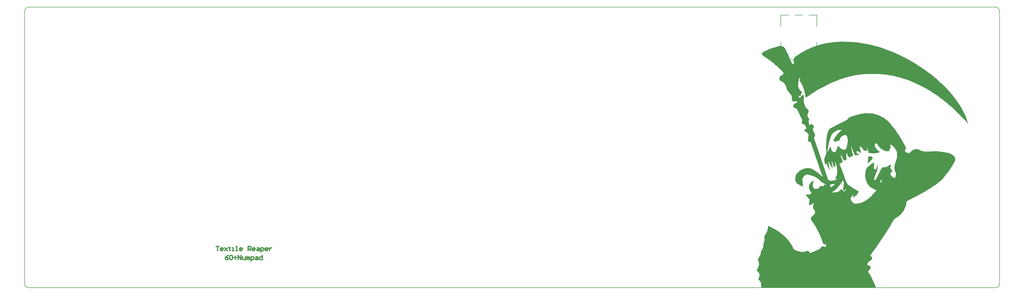
<source format=gto>
G04*
G04 #@! TF.GenerationSoftware,Altium Limited,Altium Designer,22.5.1 (42)*
G04*
G04 Layer_Color=65535*
%FSLAX25Y25*%
%MOIN*%
G70*
G04*
G04 #@! TF.SameCoordinates,504ED2BA-0697-4506-BE62-B3443A79F7BE*
G04*
G04*
G04 #@! TF.FilePolarity,Positive*
G04*
G01*
G75*
%ADD10C,0.00984*%
%ADD11C,0.00787*%
%ADD12C,0.01500*%
G36*
X1166239Y346100D02*
X1167549Y345663D01*
X1173227Y345226D01*
X1174537Y344789D01*
X1181306Y343698D01*
X1183490Y343261D01*
X1185236Y342824D01*
X1189604Y341951D01*
X1191350Y341514D01*
X1193752Y340859D01*
X1195499Y340422D01*
X1198556Y339549D01*
X1204234Y337802D01*
X1211003Y335400D01*
X1213186Y334527D01*
X1216680Y333216D01*
X1221047Y331469D01*
X1228908Y327976D01*
X1238298Y323390D01*
X1243102Y320770D01*
X1247032Y318586D01*
X1250526Y316403D01*
X1251399Y315966D01*
X1264064Y307668D01*
X1272580Y301336D01*
X1274109Y300244D01*
X1274982Y299371D01*
X1275856Y298934D01*
X1277166Y297624D01*
X1278039Y297187D01*
X1279786Y295440D01*
X1280659Y295004D01*
X1282843Y292820D01*
X1283716Y292383D01*
X1288084Y288016D01*
X1288957Y287579D01*
X1296600Y279937D01*
X1297036Y279063D01*
X1300530Y275570D01*
X1300967Y274696D01*
X1303587Y272076D01*
X1304024Y271202D01*
X1304897Y270329D01*
X1305334Y269456D01*
X1306644Y268145D01*
X1307081Y267272D01*
X1307954Y266398D01*
X1308391Y265525D01*
X1309264Y264652D01*
X1309701Y263778D01*
X1314068Y257664D01*
X1316252Y253734D01*
X1317999Y250677D01*
X1322803Y240632D01*
X1323676Y238448D01*
X1325860Y231461D01*
X1325641Y231243D01*
X1324113Y232771D01*
X1323676Y233645D01*
X1320182Y237138D01*
X1319746Y238012D01*
X1307299Y250458D01*
X1306426Y250895D01*
X1302495Y254825D01*
X1301622Y255262D01*
X1299438Y257446D01*
X1298565Y257882D01*
X1296381Y260066D01*
X1295508Y260503D01*
X1294198Y261813D01*
X1293324Y262250D01*
X1292014Y263560D01*
X1291141Y263997D01*
X1289830Y265307D01*
X1288957Y265743D01*
X1283498Y269892D01*
X1275637Y275133D01*
X1272143Y277316D01*
X1267776Y279937D01*
X1261007Y283649D01*
X1252709Y287579D01*
X1248779Y289326D01*
X1246595Y290200D01*
X1243538Y291510D01*
X1238079Y293475D01*
X1234367Y294567D01*
X1230000Y295877D01*
X1219519Y298497D01*
X1214278Y299371D01*
X1212531Y299807D01*
X1207072Y300463D01*
X1202268Y300899D01*
X1181961Y301118D01*
X1180651Y300681D01*
X1174100Y300244D01*
X1172790Y299807D01*
X1167768Y299152D01*
X1161217Y297842D01*
X1159470Y297406D01*
X1157068Y296750D01*
X1153574Y295877D01*
X1146587Y293693D01*
X1144403Y292820D01*
X1141564Y291728D01*
X1135014Y289108D01*
X1132612Y288016D01*
X1116453Y279718D01*
X1113396Y277972D01*
X1110339Y275788D01*
X1107282Y274041D01*
X1104225Y271857D01*
X1103352Y271421D01*
X1102478Y270547D01*
X1101605Y270111D01*
X1097674Y267490D01*
X1096801Y272731D01*
X1096364Y274914D01*
X1095491Y278408D01*
X1093744Y283212D01*
X1092870Y285396D01*
X1090687Y288889D01*
X1089158Y291728D01*
X1090032Y293912D01*
X1089595Y295659D01*
X1089377Y295877D01*
X1088285Y293475D01*
X1087630Y290636D01*
X1087193Y288016D01*
X1086975Y283867D01*
X1087411Y282557D01*
X1088503Y279718D01*
X1089595Y278190D01*
X1091560Y276225D01*
X1092434Y275788D01*
X1092652Y275570D01*
X1090905Y272076D01*
X1091342Y271202D01*
X1090250Y270111D01*
X1088285Y270329D01*
X1087848Y268582D01*
X1088285Y267709D01*
X1089813Y267490D01*
X1090468Y268145D01*
X1090905Y269019D01*
X1092870Y271421D01*
X1095054Y270984D01*
X1095709Y270329D01*
X1095054Y267490D01*
X1094835Y261595D01*
X1095272Y260284D01*
X1095927Y257882D01*
X1096801Y255699D01*
X1098548Y252642D01*
X1099421Y252205D01*
X1101386Y250240D01*
X1101823Y248493D01*
X1101386Y246309D01*
X1100076Y243252D01*
X1100513Y240632D01*
X1102697Y237138D01*
X1102260Y234955D01*
X1101386Y234081D01*
X1102697Y231024D01*
X1102260Y229714D01*
X1102915Y229059D01*
X1104225Y229496D01*
X1105098Y230369D01*
X1106845Y229932D01*
X1108811Y227967D01*
X1109247Y226657D01*
X1107500Y222727D01*
X1110994Y215302D01*
X1110339Y212900D01*
X1109247Y210935D01*
X1118200Y184514D01*
X1129336Y151541D01*
X1133048Y150450D01*
X1138726Y150886D01*
X1141128Y152415D01*
X1141346Y153507D01*
X1139163Y152633D01*
X1138944Y152852D01*
X1141564Y158529D01*
X1142001Y162896D01*
X1141564Y169884D01*
X1141128Y171194D01*
X1139163Y176653D01*
X1138726Y177526D01*
X1138507Y176871D01*
X1138944Y175561D01*
X1139381Y172504D01*
X1139818Y171194D01*
X1137416Y170102D01*
X1136324Y172941D01*
X1135669Y175343D01*
X1134359Y179273D01*
X1134140Y176434D01*
X1134577Y175124D01*
X1135450Y169010D01*
X1135232Y168792D01*
X1134140Y169884D01*
X1133704Y170757D01*
X1132830Y171631D01*
X1132393Y172504D01*
X1130647Y176434D01*
X1129991Y181020D01*
X1129773Y173814D01*
X1130210Y172504D01*
X1130865Y168355D01*
X1131302Y166608D01*
X1131520Y165953D01*
X1131302Y165735D01*
X1130647Y166390D01*
X1130210Y167263D01*
X1128026Y172067D01*
X1127590Y173814D01*
X1127371Y175343D01*
X1126279Y173814D01*
X1125624Y173159D01*
X1124969Y173814D01*
X1124314Y176216D01*
X1123877Y178836D01*
X1123659Y180365D01*
X1124096Y181675D01*
X1124751Y184077D01*
X1126716Y188663D01*
X1126279Y202201D01*
X1126716Y203511D01*
X1127153Y212682D01*
X1127590Y213992D01*
X1128026Y215739D01*
X1128681Y218141D01*
X1129991Y221635D01*
X1131738Y223818D01*
X1132612Y224255D01*
X1133485Y225129D01*
X1145277Y230806D01*
X1155321Y236047D01*
X1156850Y237575D01*
X1157286Y238448D01*
X1158815Y239977D01*
X1167113Y242597D01*
X1170170Y243471D01*
X1175410Y244781D01*
X1178467Y245218D01*
X1180214Y245654D01*
X1192442Y245218D01*
X1193752Y244781D01*
X1196591Y244126D01*
X1201395Y242379D01*
X1208164Y238667D01*
X1210566Y236702D01*
X1212094Y235610D01*
X1217117Y230588D01*
X1217554Y229714D01*
X1219300Y227967D01*
X1219737Y227094D01*
X1221047Y225784D01*
X1221484Y224910D01*
X1222357Y224037D01*
X1222794Y223163D01*
X1228035Y215739D01*
X1228471Y214866D01*
X1230218Y212245D01*
X1230655Y211372D01*
X1232839Y207878D01*
X1233275Y207005D01*
X1235022Y203948D01*
X1237206Y200017D01*
X1238516Y196960D01*
X1238079Y194340D01*
X1236769Y192593D01*
X1238734Y190628D01*
X1239608Y190191D01*
X1241791Y189318D01*
X1243538Y189754D01*
X1244848Y191065D01*
X1245722Y191501D01*
X1246595Y192375D01*
X1247469Y192811D01*
X1250089Y194558D01*
X1253146Y194995D01*
X1256203Y194558D01*
X1261007Y192375D01*
X1264501Y191501D01*
X1283716Y191938D01*
X1285027Y191501D01*
X1291141Y191065D01*
X1292451Y190628D01*
X1296600Y189973D01*
X1299002Y189318D01*
X1300748Y188881D01*
X1304679Y186697D01*
X1306644Y184732D01*
X1307518Y182548D01*
X1307954Y179928D01*
X1307518Y178618D01*
X1306644Y176434D01*
X1304461Y172941D01*
X1304024Y172067D01*
X1298128Y163115D01*
X1297473Y162459D01*
X1297036Y161586D01*
X1295726Y160276D01*
X1295290Y159402D01*
X1294416Y158529D01*
X1293979Y157656D01*
X1292232Y155909D01*
X1291796Y155035D01*
X1286773Y150013D01*
X1285900Y149576D01*
X1284153Y147829D01*
X1283280Y147393D01*
X1281970Y146082D01*
X1281096Y145646D01*
X1280223Y144772D01*
X1279349Y144335D01*
X1273235Y139968D01*
X1270178Y138222D01*
X1267558Y136475D01*
X1266684Y136038D01*
X1263191Y133854D01*
X1258387Y131234D01*
X1252709Y128177D01*
X1240044Y121626D01*
X1239390Y120971D01*
X1238953Y116604D01*
X1238516Y115294D01*
X1236987Y111145D01*
X1235022Y107433D01*
X1233057Y105031D01*
X1232402Y104376D01*
X1231965Y103502D01*
X1230873Y102410D01*
X1230000Y101974D01*
X1228253Y100227D01*
X1227380Y99790D01*
X1224759Y98043D01*
X1223886Y97607D01*
X1221921Y96078D01*
X1219737Y92148D01*
X1217554Y88654D01*
X1215370Y84723D01*
X1212313Y79919D01*
X1211876Y79046D01*
X1209693Y75989D01*
X1209256Y75116D01*
X1203360Y66163D01*
X1201613Y63543D01*
X1200958Y62888D01*
X1200521Y62014D01*
X1198338Y58957D01*
X1197901Y58084D01*
X1191569Y49568D01*
X1189822Y46947D01*
X1189167Y46292D01*
X1188730Y44982D01*
X1190914Y42798D01*
X1191350Y41052D01*
X1190259Y39086D01*
X1189385Y38650D01*
X1188512Y37776D01*
X1187638Y37339D01*
X1184800Y34501D01*
X1184363Y32754D01*
X1184581Y31662D01*
X1188512Y29478D01*
X1189167Y28823D01*
X1188730Y26640D01*
X1185673Y22709D01*
X1185236Y22273D01*
X1187420Y19216D01*
X1187857Y18342D01*
X1189604Y15285D01*
X1193971Y6114D01*
X1194844Y3931D01*
X1196154Y0D01*
X1035223Y-218D01*
X1034568Y7424D01*
X1032603Y9826D01*
X1031730Y10700D01*
X1031075Y10918D01*
X1031511Y12665D01*
X1032385Y14848D01*
X1032821Y16595D01*
Y17032D01*
X1032385Y20089D01*
X1030420Y22491D01*
X1028454Y24456D01*
X1029328Y25330D01*
X1029764Y26203D01*
X1031511Y30134D01*
X1031948Y31881D01*
X1031511Y36684D01*
X1030201Y39305D01*
X1032385Y42798D01*
X1034132Y46729D01*
X1034568Y49786D01*
X1035005Y51533D01*
X1035878Y52406D01*
X1038062Y57210D01*
X1038499Y62451D01*
X1039372Y64634D01*
X1039809Y66381D01*
X1039591Y71840D01*
X1043303Y78609D01*
X1044176Y81666D01*
X1044613Y83413D01*
X1044831Y87125D01*
X1055749Y81448D01*
X1058806Y79264D01*
X1059680Y78828D01*
X1063610Y75771D01*
X1066012Y73805D01*
X1067541Y72277D01*
X1068414Y71840D01*
X1070816Y69438D01*
X1071253Y68565D01*
X1073000Y66818D01*
X1073436Y65944D01*
X1074747Y64634D01*
X1075183Y63761D01*
X1077367Y60704D01*
X1077804Y59830D01*
X1081079Y53498D01*
X1085009Y51751D01*
X1090250Y50441D01*
X1093307Y50004D01*
X1096364Y50441D01*
X1098548Y51314D01*
X1100513Y51533D01*
X1102041Y50878D01*
X1103133Y49786D01*
X1103352Y48694D01*
X1105535Y49131D01*
X1109902Y50878D01*
X1112741Y51969D01*
X1117545Y54153D01*
X1117982Y55027D01*
X1119947Y57428D01*
X1121694Y57865D01*
X1124314Y57428D01*
X1124751Y56992D01*
X1126279Y58520D01*
X1126716Y60267D01*
X1124969Y60704D01*
X1122349Y61577D01*
X1119947Y68347D01*
X1117327Y74897D01*
X1111431Y86034D01*
X1105535Y94986D01*
X1104880Y96952D01*
X1105317Y99135D01*
X1108156Y101974D01*
X1109029Y102410D01*
X1110557Y103939D01*
X1110994Y105686D01*
X1110557Y108306D01*
X1108374Y111363D01*
X1107937Y113110D01*
X1108374Y116167D01*
X1109684Y118788D01*
X1109029Y119006D01*
X1106409Y117259D01*
X1103352Y115949D01*
X1102260Y117041D01*
X1102915Y122063D01*
X1103133Y124465D01*
X1099640Y127959D01*
X1099203Y128832D01*
X1098329Y129706D01*
X1097893Y131016D01*
X1099421Y131234D01*
X1100731Y130797D01*
X1103788Y131234D01*
X1105317Y132763D01*
X1105754Y134073D01*
X1104007Y135819D01*
X1103570Y136693D01*
X1102260Y139750D01*
X1102697Y144554D01*
X1104443Y147611D01*
X1106845Y150013D01*
X1108592Y150450D01*
X1108811Y149358D01*
X1107937Y147174D01*
X1107500Y143681D01*
X1107937Y142370D01*
X1109684Y139313D01*
X1110339Y138658D01*
X1112086Y139532D01*
X1113396Y139095D01*
X1115143Y139532D01*
X1117108Y141497D01*
X1117545Y142370D01*
X1118200Y143462D01*
X1119947Y143025D01*
X1121257Y142589D01*
X1123004Y143025D01*
X1123877Y145209D01*
X1124314Y145646D01*
X1124969Y144991D01*
X1125624Y143462D01*
X1125843Y144117D01*
X1125187Y145646D01*
X1120384Y148266D01*
X1115580Y153070D01*
X1114706Y153507D01*
X1112086Y155254D01*
X1108156Y157000D01*
X1103788Y158310D01*
X1100294Y159184D01*
X1097237Y158747D01*
X1094835Y156782D01*
X1093089Y152852D01*
X1093525Y144554D01*
X1093962Y143244D01*
X1094180Y142152D01*
X1091997Y143025D01*
X1086320Y146082D01*
X1083918Y148484D01*
X1083044Y151541D01*
X1083481Y157656D01*
X1085228Y160713D01*
X1088940Y164425D01*
X1089813Y164861D01*
X1095491Y167482D01*
X1097237Y167918D01*
X1101605Y168355D01*
X1102915Y167918D01*
X1105535Y167482D01*
X1112086Y163988D01*
X1112959Y163115D01*
X1113833Y162678D01*
X1115143Y161368D01*
X1116016Y160931D01*
X1118200Y158747D01*
X1119073Y158310D01*
X1120820Y156564D01*
X1121475Y156782D01*
X1120602Y158966D01*
X1119073Y163115D01*
X1107719Y196305D01*
X1104662Y205039D01*
X1102041Y205476D01*
X1100950Y206568D01*
X1101386Y212682D01*
X1101823Y213992D01*
X1101386Y216613D01*
X1099421Y218578D01*
X1096364Y220325D01*
X1095709Y220980D01*
X1096146Y222727D01*
X1098766Y224037D01*
X1097456Y227094D01*
X1095927Y229932D01*
X1093744Y230369D01*
X1092652Y231024D01*
X1092215Y232771D01*
X1092652Y234955D01*
X1093089Y235828D01*
X1085009Y252205D01*
X1083263Y252642D01*
X1081079Y253952D01*
X1080424Y254607D01*
X1080861Y258101D01*
X1081952Y259193D01*
X1083699Y259629D01*
X1085228Y260721D01*
X1085664Y262468D01*
X1083263Y262686D01*
X1081079Y261813D01*
X1078895Y263123D01*
X1077804Y265525D01*
X1078240Y268582D01*
X1077804Y270329D01*
X1074091Y275788D01*
X1071690Y278190D01*
X1071034Y280592D01*
X1070598Y282339D01*
X1069724Y284522D01*
X1067541Y288016D01*
X1064484Y290200D01*
X1061645Y291728D01*
X1061208Y292602D01*
X1060335Y294785D01*
X1062082Y297842D01*
X1062737Y298497D01*
X1065794Y300244D01*
X1066449Y302209D01*
X1063610Y306358D01*
X1062737Y306795D01*
X1056623Y312909D01*
X1055749Y313346D01*
X1054002Y315093D01*
X1053129Y315529D01*
X1051382Y317276D01*
X1050509Y317713D01*
X1049635Y318586D01*
X1048762Y319023D01*
X1039591Y325574D01*
X1038717Y326011D01*
X1037844Y326884D01*
X1036970Y327321D01*
X1035878Y329723D01*
X1037844Y332125D01*
X1043521Y334745D01*
X1047888Y336492D01*
X1060116Y340422D01*
X1062082Y340641D01*
X1064265Y340204D01*
X1066449Y339331D01*
X1069069Y336710D01*
X1071690Y331033D01*
X1073436Y327102D01*
X1074747Y324045D01*
X1075620Y321862D01*
X1076930Y318805D01*
X1078677Y315748D01*
X1080206Y315093D01*
X1081297Y315748D01*
X1080642Y319897D01*
X1080424Y321425D01*
X1082171Y324482D01*
X1082826Y325137D01*
X1083699Y325574D01*
X1084573Y326447D01*
X1085446Y326884D01*
X1088503Y329068D01*
X1089377Y329504D01*
X1091997Y331251D01*
X1092870Y331688D01*
X1096801Y333872D01*
X1105098Y337802D01*
X1109466Y339549D01*
X1117763Y342169D01*
X1120820Y343043D01*
X1122567Y343479D01*
X1125406Y344134D01*
X1128026Y344571D01*
X1130210Y345008D01*
X1136106Y345663D01*
X1137852Y346100D01*
X1147460Y346536D01*
X1166239Y346100D01*
D02*
G37*
%LPC*%
G36*
X1183271Y198052D02*
X1183053Y197834D01*
X1183271Y197615D01*
X1183490Y197834D01*
X1183271Y198052D01*
D02*
G37*
G36*
X1149207Y222072D02*
X1143530D01*
X1142220Y221635D01*
X1137416Y219014D01*
X1134577Y216176D01*
X1132830Y212245D01*
X1131083Y206131D01*
X1130647Y204384D01*
X1129991Y201546D01*
X1128244Y192811D01*
X1128026Y191283D01*
X1128244Y191065D01*
X1132612Y199362D01*
X1133048Y197178D01*
X1133485Y195432D01*
X1134359Y193248D01*
X1135450Y191719D01*
X1136542Y190628D01*
X1139599Y191065D01*
X1141564Y195650D01*
X1142875Y199144D01*
X1143530Y199362D01*
X1145058Y198270D01*
X1145495Y197397D01*
X1147023Y195868D01*
X1147897Y195432D01*
X1150954Y194122D01*
X1153574Y194558D01*
X1154666Y195650D01*
X1155540Y198707D01*
X1156413Y202201D01*
X1156850Y206568D01*
X1156413Y211809D01*
X1154448Y214647D01*
X1152701Y215084D01*
X1150954Y214647D01*
X1147023Y211590D01*
X1145495Y208752D01*
X1144621Y206568D01*
X1144403Y206350D01*
X1143530Y207223D01*
X1140691Y206131D01*
X1140036Y205039D01*
X1139163Y205476D01*
X1138289Y206350D01*
X1137416Y206786D01*
X1136324Y207441D01*
X1138071Y210062D01*
X1139818Y213119D01*
X1142875Y217049D01*
X1146150Y220325D01*
X1147023Y220761D01*
X1149207Y222072D01*
D02*
G37*
G36*
X1127808Y191065D02*
X1127590Y190409D01*
X1127808Y190191D01*
X1128026Y190846D01*
X1127808Y191065D01*
D02*
G37*
G36*
X1197246Y203293D02*
X1195499Y202856D01*
X1194844Y200891D01*
X1195281Y197834D01*
X1198338Y193903D01*
X1199430Y192811D01*
X1200303Y192375D01*
X1201832Y191283D01*
X1201177Y190628D01*
X1198120Y189754D01*
X1196373Y189318D01*
X1192006Y188881D01*
X1190695Y189318D01*
X1185891Y189754D01*
X1185236Y193903D01*
X1183490Y196960D01*
X1184363Y193466D01*
X1184144Y192375D01*
X1180869Y193030D01*
X1179122Y193466D01*
X1177375Y196523D01*
X1176284Y197615D01*
X1173663Y198925D01*
X1173445Y197834D01*
X1173882Y196523D01*
X1174318Y194777D01*
X1175192Y191719D01*
X1175628Y189973D01*
X1175410Y189754D01*
X1171480Y191501D01*
X1169296Y192375D01*
X1169078Y190409D01*
X1170170Y188881D01*
X1171043Y188444D01*
X1173445Y186916D01*
X1171261Y186479D01*
X1167113Y186260D01*
X1166457Y186916D01*
X1166021Y188663D01*
X1163400Y194340D01*
X1162090Y198707D01*
X1161872Y199362D01*
X1161654Y197834D01*
X1162090Y196523D01*
X1162527Y192593D01*
X1162964Y191283D01*
X1163400Y189536D01*
X1164274Y187352D01*
X1164711Y186042D01*
X1159252Y183203D01*
X1156850Y185606D01*
X1155976Y188663D01*
X1155540Y189536D01*
X1155321Y189754D01*
X1154884Y187134D01*
X1154666Y183422D01*
X1155540Y181238D01*
X1154011Y179710D01*
X1153137Y179273D01*
X1151827Y178836D01*
X1150735Y180365D01*
X1147678Y186916D01*
X1147460Y188007D01*
X1147242Y184732D01*
X1147678Y183422D01*
X1148115Y181675D01*
X1149207Y178836D01*
X1149862Y176871D01*
X1145058Y174251D01*
X1145495Y172504D01*
X1148115Y166827D01*
X1149207Y163988D01*
X1151827Y156564D01*
X1154011Y150450D01*
X1154884Y148266D01*
X1156413Y145864D01*
X1157505Y144772D01*
X1158378Y144335D01*
X1159688Y143025D01*
X1160562Y142589D01*
X1163619Y140405D01*
X1168423Y137785D01*
X1172135Y135383D01*
X1171043Y132544D01*
X1170388Y131889D01*
X1169951Y131016D01*
X1168859Y129924D01*
X1167986Y129487D01*
X1167113Y128614D01*
X1163619Y126867D01*
X1163400Y127085D01*
X1164711Y130142D01*
X1165147Y131452D01*
X1164929Y131671D01*
X1164274Y131016D01*
X1163837Y130142D01*
X1162964Y129269D01*
X1162527Y128395D01*
X1161654Y127522D01*
X1161217Y126648D01*
X1160780Y125338D01*
X1161217Y123155D01*
X1162090Y122281D01*
X1162527Y121408D01*
X1164929Y119006D01*
X1167113Y118132D01*
X1173227Y118569D01*
X1174537Y119006D01*
X1177375Y120098D01*
X1179559Y120971D01*
X1183926Y123591D01*
X1189167Y127959D01*
X1190477Y129269D01*
X1190914Y130142D01*
X1193971Y133199D01*
X1194407Y134073D01*
X1196154Y135819D01*
X1196591Y136693D01*
X1197028Y137130D01*
X1196373Y137785D01*
X1194189Y138222D01*
X1189385Y140842D01*
X1185673Y144554D01*
X1185236Y145427D01*
X1183490Y148048D01*
X1183053Y149794D01*
X1182179Y151978D01*
X1181306Y158092D01*
X1181961Y163551D01*
X1182398Y165298D01*
X1183708Y168792D01*
X1187638Y171849D01*
X1190040Y173814D01*
X1191569Y174906D01*
X1193971Y176434D01*
X1193534Y167700D01*
X1194626Y166608D01*
X1195936Y166172D01*
X1196154Y166390D01*
X1196373Y166608D01*
X1197464Y169447D01*
X1197901Y171194D01*
X1198120Y172285D01*
X1198775Y171631D01*
X1198338Y165080D01*
X1197028Y162023D01*
X1196154Y159839D01*
X1195063Y157000D01*
X1193752Y152633D01*
X1194626Y151760D01*
X1196154Y151978D01*
X1202705Y164643D01*
X1205107Y169228D01*
X1210784Y169665D01*
X1215588Y172285D01*
X1217335Y173596D01*
X1217554Y172067D01*
X1217117Y170757D01*
X1216680Y169010D01*
X1217117Y166827D01*
X1218645Y166172D01*
X1219300Y165516D01*
X1218645Y163115D01*
X1217117Y161586D01*
X1216680Y159839D01*
X1217117Y158529D01*
X1217772Y157437D01*
X1218645Y157000D01*
X1219519Y156127D01*
X1223013Y154380D01*
X1223668Y155035D01*
X1224323Y157874D01*
X1224541Y160713D01*
X1222794Y165080D01*
X1222357Y168137D01*
X1222794Y173377D01*
X1223231Y174688D01*
X1225196Y180147D01*
X1226288Y183859D01*
X1225851Y190846D01*
X1222794Y196523D01*
X1221484Y197834D01*
X1221047Y198707D01*
X1219082Y200672D01*
X1218209Y201109D01*
X1216898Y201546D01*
X1216680Y199144D01*
X1217117Y197834D01*
X1216680Y195650D01*
X1214933Y194340D01*
X1215370Y193466D01*
X1216243Y193030D01*
X1215588Y192375D01*
X1211658Y191938D01*
X1210348Y192375D01*
X1207946Y193030D01*
X1203578Y195650D01*
X1200521Y198707D01*
X1200085Y199581D01*
X1199211Y200454D01*
X1198775Y201327D01*
X1197246Y203293D01*
D02*
G37*
G36*
X1147023Y189318D02*
X1146805Y188663D01*
X1147023Y188444D01*
X1147242Y188663D01*
X1147023Y189318D01*
D02*
G37*
G36*
X1130865Y185824D02*
X1130647Y185606D01*
X1130865Y185387D01*
X1131083Y185606D01*
X1130865Y185824D01*
D02*
G37*
G36*
X1130428Y184077D02*
X1130210Y182548D01*
X1130428Y182330D01*
X1130647Y182548D01*
Y182985D01*
X1130428Y184077D01*
D02*
G37*
G36*
X1205107Y153943D02*
X1204889Y153725D01*
X1205107Y153507D01*
X1205325Y153725D01*
X1205107Y153943D01*
D02*
G37*
G36*
X1141783D02*
X1141564Y153725D01*
X1141783Y153507D01*
X1142001Y153725D01*
X1141783Y153943D01*
D02*
G37*
G36*
X1204670Y153070D02*
X1202705Y149358D01*
X1202268Y148921D01*
X1202487Y148703D01*
X1202705Y148484D01*
X1203360Y147829D01*
X1204015Y148048D01*
X1204670Y150886D01*
X1204889Y152852D01*
X1204670Y153070D01*
D02*
G37*
G36*
X1138289Y146082D02*
X1134795Y145646D01*
X1131520Y144554D01*
X1132830Y141060D01*
X1133048Y140842D01*
X1136979Y143899D01*
X1138071Y144991D01*
X1138289Y146082D01*
D02*
G37*
G36*
X1150080Y150886D02*
X1149425Y150231D01*
X1148989Y149358D01*
X1146805Y146301D01*
X1146368Y145427D01*
X1145058Y144117D01*
X1144621Y143244D01*
X1142875Y141497D01*
X1142438Y140623D01*
X1139599Y137785D01*
X1138726Y137348D01*
X1136979Y135601D01*
X1136106Y135164D01*
X1135014Y134509D01*
X1135232Y133854D01*
X1139818Y134073D01*
X1140036Y134291D01*
X1143093Y134728D01*
X1145932Y136693D01*
X1147023Y138658D01*
X1147897Y138222D01*
X1149207Y136911D01*
X1149862Y137566D01*
X1150517Y139968D01*
X1150954Y141715D01*
X1151172Y148048D01*
X1150735Y149358D01*
X1150080Y150886D01*
D02*
G37*
G36*
X1154448Y139968D02*
X1153793Y139313D01*
X1153356Y138440D01*
X1151827Y136911D01*
X1151391D01*
X1150299Y135819D01*
X1150954Y135164D01*
X1152046Y135383D01*
X1152482Y136256D01*
X1153793Y137566D01*
X1154666Y139750D01*
X1154448Y139968D01*
D02*
G37*
%LPD*%
G36*
X1190259Y184514D02*
X1190477Y184295D01*
X1191787Y183422D01*
X1191350Y181238D01*
X1190477Y180365D01*
X1190040Y179491D01*
X1189385Y178836D01*
X1188512Y178400D01*
X1187202Y177090D01*
X1186328Y176653D01*
X1185455Y175779D01*
X1184363Y175998D01*
X1184800Y177308D01*
X1185891Y184950D01*
X1190259Y184514D01*
D02*
G37*
D10*
X1078650Y322006D02*
X1077911Y322432D01*
Y321580D01*
X1078650Y322006D01*
D11*
X1062606Y367478D02*
Y384112D01*
Y329388D02*
Y346022D01*
X1102370Y329388D02*
X1113394D01*
X1092528D02*
X1093315D01*
X1082685D02*
X1083472D01*
X1062606D02*
X1073630D01*
X1113394Y367478D02*
Y384112D01*
Y329388D02*
Y346022D01*
X1102370Y384112D02*
X1113394D01*
X1082685D02*
X1093315D01*
X1062606D02*
X1073630D01*
X1364503Y395144D02*
X1364500D01*
X1370144Y389503D02*
X1370058Y390482D01*
X1369803Y391432D01*
X1369387Y392323D01*
X1368823Y393128D01*
X1368128Y393823D01*
X1367323Y394387D01*
X1366432Y394803D01*
X1365482Y395058D01*
X1364503Y395144D01*
X1370144Y389500D02*
Y389503D01*
X1364503Y395144D02*
X1364500Y395144D01*
X1370144Y389500D02*
X1370144Y389503D01*
Y5250D02*
Y5250D01*
Y5247D02*
X1370144Y5250D01*
X1370144Y5247D02*
Y5250D01*
X1364500Y-394D02*
X1365480Y-308D01*
X1366430Y-54D01*
X1367321Y362D01*
X1368127Y926D01*
X1368822Y1621D01*
X1369387Y2426D01*
X1369803Y3318D01*
X1370058Y4267D01*
X1370144Y5247D01*
X5250Y395144D02*
X5250D01*
X5250Y395144D02*
X5247Y395144D01*
X4267Y395058D01*
X3318Y394803D01*
X2426Y394387D01*
X1621Y393822D01*
X926Y393127D01*
X362Y392321D01*
X-54Y391430D01*
X-308Y390480D01*
X-394Y389500D01*
X5250Y395144D02*
X5247D01*
X-394Y5000D02*
X-290Y3948D01*
X17Y2936D01*
X515Y2003D01*
X1186Y1186D01*
X2003Y515D01*
X2936Y17D01*
X3948Y-290D01*
X5000Y-394D01*
X5250Y395144D02*
X1364500D01*
X1370144Y5250D02*
Y389500D01*
X-394Y5000D02*
X-394Y389500D01*
X5000Y-394D02*
X1364500D01*
X5000D02*
X5000D01*
X5000D02*
X5000D01*
D12*
X268513Y58044D02*
X272511D01*
X270512D01*
Y52046D01*
X277510D02*
X275510D01*
X274511Y53046D01*
Y55045D01*
X275510Y56045D01*
X277510D01*
X278509Y55045D01*
Y54046D01*
X274511D01*
X280509Y56045D02*
X284507Y52046D01*
X282508Y54046D01*
X284507Y56045D01*
X280509Y52046D01*
X287507Y57045D02*
Y56045D01*
X286507D01*
X288506D01*
X287507D01*
Y53046D01*
X288506Y52046D01*
X291505D02*
X293505D01*
X292505D01*
Y56045D01*
X291505D01*
X296504Y52046D02*
X298503D01*
X297503D01*
Y58044D01*
X296504D01*
X304501Y52046D02*
X302502D01*
X301502Y53046D01*
Y55045D01*
X302502Y56045D01*
X304501D01*
X305501Y55045D01*
Y54046D01*
X301502D01*
X313498Y52046D02*
Y58044D01*
X316497D01*
X317497Y57045D01*
Y55045D01*
X316497Y54046D01*
X313498D01*
X315497D02*
X317497Y52046D01*
X322495D02*
X320496D01*
X319496Y53046D01*
Y55045D01*
X320496Y56045D01*
X322495D01*
X323495Y55045D01*
Y54046D01*
X319496D01*
X326494Y56045D02*
X328493D01*
X329493Y55045D01*
Y52046D01*
X326494D01*
X325494Y53046D01*
X326494Y54046D01*
X329493D01*
X331492Y50047D02*
Y56045D01*
X334491D01*
X335491Y55045D01*
Y53046D01*
X334491Y52046D01*
X331492D01*
X340489D02*
X338490D01*
X337490Y53046D01*
Y55045D01*
X338490Y56045D01*
X340489D01*
X341489Y55045D01*
Y54046D01*
X337490D01*
X343488Y56045D02*
Y52046D01*
Y54046D01*
X344488Y55045D01*
X345488Y56045D01*
X346487D01*
X285507Y45247D02*
X283508Y44248D01*
X281508Y42248D01*
Y40249D01*
X282508Y39249D01*
X284507D01*
X285507Y40249D01*
Y41249D01*
X284507Y42248D01*
X281508D01*
X287507Y44248D02*
X288506Y45247D01*
X290506D01*
X291505Y44248D01*
Y40249D01*
X290506Y39249D01*
X288506D01*
X287507Y40249D01*
Y44248D01*
X293505Y42248D02*
X297503D01*
X295504Y44248D02*
Y40249D01*
X299503Y39249D02*
Y45247D01*
X303501Y39249D01*
Y45247D01*
X305501Y43248D02*
Y40249D01*
X306500Y39249D01*
X309499D01*
Y43248D01*
X311499Y39249D02*
Y43248D01*
X312498D01*
X313498Y42248D01*
Y39249D01*
Y42248D01*
X314498Y43248D01*
X315497Y42248D01*
Y39249D01*
X317497Y37250D02*
Y43248D01*
X320496D01*
X321496Y42248D01*
Y40249D01*
X320496Y39249D01*
X317497D01*
X324495Y43248D02*
X326494D01*
X327494Y42248D01*
Y39249D01*
X324495D01*
X323495Y40249D01*
X324495Y41249D01*
X327494D01*
X333492Y45247D02*
Y39249D01*
X330493D01*
X329493Y40249D01*
Y42248D01*
X330493Y43248D01*
X333492D01*
M02*

</source>
